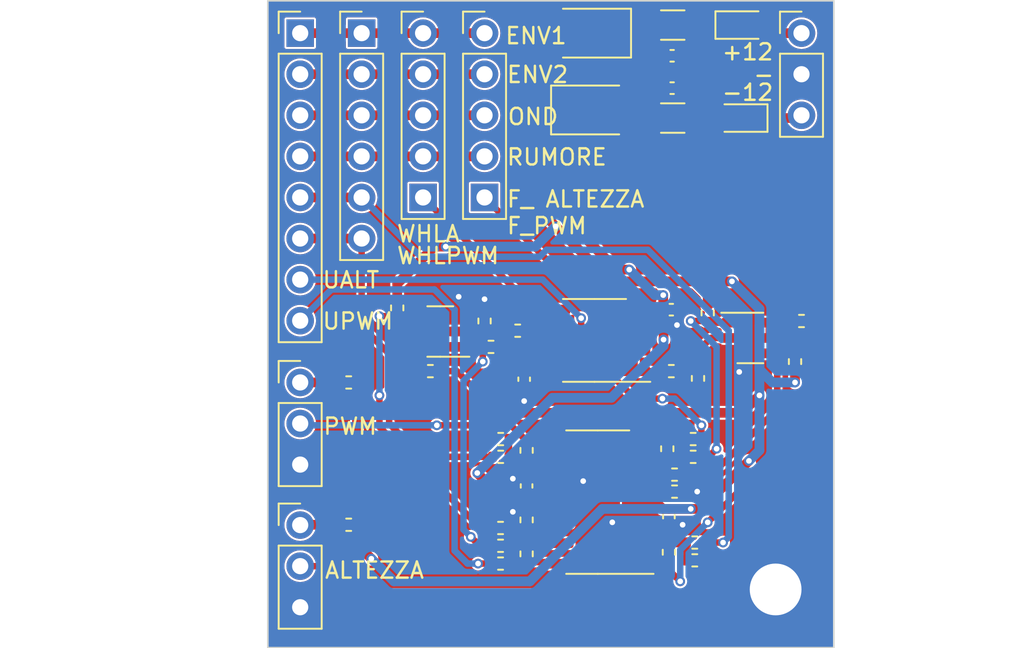
<source format=kicad_pcb>
(kicad_pcb (version 20221018) (generator pcbnew)
  (layers (0 "F.Cu" signal) (31 "B.Cu" signal) (34 "B.Paste" user) (35 "F.Paste" user) (36 "B.SilkS" user "B.Silkscreen") (37 "F.SilkS" user "F.Silkscreen") (38 "B.Mask" user) (39 "F.Mask" user) (44 "Edge.Cuts" user))
  (net 0 "")
  (net 1 "+12V")
  (net 2 "GND")
  (net 3 "-12V")
  (net 4 "Net-(D1-K)")
  (net 5 "Net-(D1-A)")
  (net 6 "Net-(D2-K)")
  (net 7 "Net-(D2-A)")
  (net 8 "/ENV1")
  (net 9 "/ENV2")
  (net 10 "/ONDA")
  (net 11 "/RUMORE")
  (net 12 "/MODWHL_ALTEZZA")
  (net 13 "/MODWHL_PWM")
  (net 14 "/USCITA_ALTEZZA")
  (net 15 "/USCITA_PWM")
  (net 16 "Net-(Q1A-C1)")
  (net 17 "Net-(Q1A-B1)")
  (net 18 "Net-(Q1B-C1)")
  (net 19 "Net-(Q1A-E1)")
  (net 20 "Net-(Q2A-C1)")
  (net 21 "Net-(Q2A-B1)")
  (net 22 "Net-(Q2B-C1)")
  (net 23 "Net-(Q2A-E1)")
  (net 24 "Net-(R1-Pad1)")
  (net 25 "Net-(U2A--)")
  (net 26 "Net-(R3-Pad1)")
  (net 27 "Net-(R4-Pad2)")
  (net 28 "Net-(U1A--)")
  (net 29 "Net-(U2B--)")
  (net 30 "Net-(U2B-+)")
  (net 31 "Net-(R12-Pad1)")
  (net 32 "Net-(R15-Pad1)")
  (net 33 "Net-(U2C--)")
  (net 34 "Net-(R17-Pad1)")
  (net 35 "Net-(R18-Pad2)")
  (net 36 "Net-(U1B--)")
  (net 37 "Net-(U2D--)")
  (net 38 "Net-(U2D-+)")
  (net 39 "Net-(R27-Pad1)")
  (net 40 "/FONTE_ALTEZZA")
  (net 41 "/FONTE_PWM")
  (footprint "Resistor_SMD:R_0402_1005Metric" (layer "F.Cu") (at 164.39 113.6 180)
    (fp_text reference "R25" hide)
    (fp_text value "10k" hide)
    (pad "1" smd roundrect (at -0.51 0 180) (size 0.54 0.64) (layers "F.Cu" "F.Paste" "F.Mask") (net 38 "Net-(U2D-+)"))
    (pad "2" smd roundrect (at 0.51 0 180) (size 0.54 0.64) (layers "F.Cu" "F.Paste" "F.Mask") (net 22 "Net-(Q2B-C1)"))
  )
  (footprint "Resistor_SMD:R_0402_1005Metric" (layer "F.Cu") (at 164.39 114.7 180)
    (fp_text reference "R24" hide)
    (fp_text value "10k" hide)
    (pad "1" smd roundrect (at -0.51 0 180) (size 0.54 0.64) (layers "F.Cu" "F.Paste" "F.Mask") (net 37 "Net-(U2D--)"))
    (pad "2" smd roundrect (at 0.51 0 180) (size 0.54 0.64) (layers "F.Cu" "F.Paste" "F.Mask") (net 20 "Net-(Q2A-C1)"))
  )
  (footprint "Resistor_SMD:R_0402_1005Metric" (layer "F.Cu") (at 155 104.6)
    (fp_text reference "R15" hide)
    (fp_text value "68k" hide)
    (pad "1" smd roundrect (at -0.51 0) (size 0.54 0.64) (layers "F.Cu" "F.Paste" "F.Mask") (net 32 "Net-(R15-Pad1)"))
    (pad "2" smd roundrect (at 0.51 0) (size 0.54 0.64) (layers "F.Cu" "F.Paste" "F.Mask") (net 1 "+12V"))
  )
  (footprint "Capacitor_SMD:C_0402_1005Metric" (layer "F.Cu") (at 174.95 100.1 180)
    (fp_text reference "C6" hide)
    (fp_text value "100nF" hide)
    (pad "1" smd roundrect (at -0.48 0 180) (size 0.56 0.62) (layers "F.Cu" "F.Paste" "F.Mask") (net 2 "GND"))
    (pad "2" smd roundrect (at 0.48 0 180) (size 0.56 0.62) (layers "F.Cu" "F.Paste" "F.Mask") (net 3 "-12V"))
  )
  (footprint "Resistor_SMD:R_0402_1005Metric" (layer "F.Cu") (at 163.4 100.8 90)
    (fp_text reference "R20" hide)
    (fp_text value "100R" hide)
    (pad "1" smd roundrect (at -0.51 0 90) (size 0.54 0.64) (layers "F.Cu" "F.Paste" "F.Mask") (net 21 "Net-(Q2A-B1)"))
    (pad "2" smd roundrect (at 0.51 0 90) (size 0.54 0.64) (layers "F.Cu" "F.Paste" "F.Mask") (net 2 "GND"))
  )
  (footprint "Capacitor_Tantalum_SMD:CP_EIA-3528-12_Kemet-T" (layer "F.Cu") (at 169.975 87.75)
    (fp_text reference "C2" hide)
    (fp_text value "47uF" hide)
    (pad "1" smd roundrect (at -1.5375 0) (size 1.325 2.35) (layers "F.Cu" "F.Paste" "F.Mask") (roundrect_rratio 0.188679) (net 2 "GND"))
    (pad "2" smd roundrect (at 1.5375 0) (size 1.325 2.35) (layers "F.Cu" "F.Paste" "F.Mask") (roundrect_rratio 0.188679) (net 3 "-12V"))
  )
  (footprint "Connector_PinHeader_2.54mm:PinHeader_1x05_P2.54mm_Vertical" (layer "F.Cu") (at 163.4 83)
    (fp_text reference "SW1" hide)
    (fp_text value "~" hide)
    (pad "1" thru_hole oval (at 0 0) (size 1.7 1.7) (drill 1) (layers "*.Cu" "*.Mask") (net 8 "/ENV1"))
    (pad "2" thru_hole oval (at 0 2.54) (size 1.7 1.7) (drill 1) (layers "*.Cu" "*.Mask") (net 9 "/ENV2"))
    (pad "3" thru_hole oval (at 0 5.08) (size 1.7 1.7) (drill 1) (layers "*.Cu" "*.Mask") (net 10 "/ONDA"))
    (pad "4" thru_hole oval (at 0 7.62) (size 1.7 1.7) (drill 1) (layers "*.Cu" "*.Mask") (net 11 "/RUMORE"))
    (pad "5" thru_hole rect (at 0 10.16) (size 1.7 1.7) (drill 1) (layers "*.Cu" "*.Mask") (net 40 "/FONTE_ALTEZZA"))
  )
  (footprint "Package_TO_SOT_SMD:SOT-23-6" (layer "F.Cu") (at 160.6625 101.45 180)
    (fp_text reference "Q2" hide)
    (fp_text value "DMMT5551" hide)
    (pad "1" smd roundrect (at -1.1375 -0.95 180) (size 1.325 0.6) (layers "F.Cu" "F.Paste" "F.Mask") (net 20 "Net-(Q2A-C1)"))
    (pad "2" smd roundrect (at -1.1375 0 180) (size 1.325 0.6) (layers "F.Cu" "F.Paste" "F.Mask") (net 21 "Net-(Q2A-B1)"))
    (pad "3" smd roundrect (at -1.1375 0.95 180) (size 1.325 0.6) (layers "F.Cu" "F.Paste" "F.Mask") (net 2 "GND"))
    (pad "4" smd roundrect (at 1.1375 0.95 180) (size 1.325 0.6) (layers "F.Cu" "F.Paste" "F.Mask") (net 22 "Net-(Q2B-C1)"))
    (pad "5" smd roundrect (at 1.1375 0 180) (size 1.325 0.6) (layers "F.Cu" "F.Paste" "F.Mask") (net 23 "Net-(Q2A-E1)"))
    (pad "6" smd roundrect (at 1.1375 -0.95 180) (size 1.325 0.6) (layers "F.Cu" "F.Paste" "F.Mask") (net 23 "Net-(Q2A-E1)"))
  )
  (footprint "Connector_PinHeader_2.54mm:PinHeader_1x03_P2.54mm_Vertical" (layer "F.Cu") (at 152 104.6)
    (fp_text reference "RV2" hide)
    (fp_text value "Quantità PWM")
    (pad "1" thru_hole oval (at 0 0) (size 1.7 1.7) (drill 1) (layers "*.Cu" "*.Mask") (net 32 "Net-(R15-Pad1)"))
    (pad "2" thru_hole oval (at 0 2.54) (size 1.7 1.7) (drill 1) (layers "*.Cu" "*.Mask") (net 34 "Net-(R17-Pad1)"))
    (pad "3" thru_hole rect (at 0 5.08) (size 1.7 1.7) (drill 1) (layers "*.Cu" "*.Mask") (net 2 "GND"))
  )
  (footprint "Resistor_SMD:R_0402_1005Metric" (layer "F.Cu") (at 164.39 115.8 180)
    (fp_text reference "R28" hide)
    (fp_text value "1k" hide)
    (pad "1" smd roundrect (at -0.51 0 180) (size 0.54 0.64) (layers "F.Cu" "F.Paste" "F.Mask") (net 39 "Net-(R27-Pad1)"))
    (pad "2" smd roundrect (at 0.51 0 180) (size 0.54 0.64) (layers "F.Cu" "F.Paste" "F.Mask") (net 15 "/USCITA_PWM"))
  )
  (footprint "Package_TO_SOT_SMD:SOT-23-6" (layer "F.Cu") (at 179.8375 101.85)
    (fp_text reference "Q1" hide)
    (fp_text value "DMMT5551" hide)
    (pad "1" smd roundrect (at -1.1375 -0.95) (size 1.325 0.6) (layers "F.Cu" "F.Paste" "F.Mask") (net 16 "Net-(Q1A-C1)"))
    (pad "2" smd roundrect (at -1.1375 0) (size 1.325 0.6) (layers "F.Cu" "F.Paste" "F.Mask") (net 17 "Net-(Q1A-B1)"))
    (pad "3" smd roundrect (at -1.1375 0.95) (size 1.325 0.6) (layers "F.Cu" "F.Paste" "F.Mask") (net 2 "GND"))
    (pad "4" smd roundrect (at 1.1375 0.95) (size 1.325 0.6) (layers "F.Cu" "F.Paste" "F.Mask") (net 18 "Net-(Q1B-C1)"))
    (pad "5" smd roundrect (at 1.1375 0) (size 1.325 0.6) (layers "F.Cu" "F.Paste" "F.Mask") (net 19 "Net-(Q1A-E1)"))
    (pad "6" smd roundrect (at 1.1375 -0.95) (size 1.325 0.6) (layers "F.Cu" "F.Paste" "F.Mask") (net 19 "Net-(Q1A-E1)"))
  )
  (footprint "Resistor_SMD:R_0402_1005Metric" (layer "F.Cu") (at 176.6 104.35 -90)
    (fp_text reference "R6" hide)
    (fp_text value "100R" hide)
    (pad "1" smd roundrect (at -0.51 0 270) (size 0.54 0.64) (layers "F.Cu" "F.Paste" "F.Mask") (net 17 "Net-(Q1A-B1)"))
    (pad "2" smd roundrect (at 0.51 0 270) (size 0.54 0.64) (layers "F.Cu" "F.Paste" "F.Mask") (net 2 "GND"))
  )
  (footprint "Connector_PinHeader_2.54mm:PinHeader_1x05_P2.54mm_Vertical" (layer "F.Cu") (at 159.6 83)
    (fp_text reference "SW2" hide)
    (fp_text value "~" hide)
    (pad "1" thru_hole oval (at 0 0) (size 1.7 1.7) (drill 1) (layers "*.Cu" "*.Mask") (net 8 "/ENV1"))
    (pad "2" thru_hole oval (at 0 2.54) (size 1.7 1.7) (drill 1) (layers "*.Cu" "*.Mask") (net 9 "/ENV2"))
    (pad "3" thru_hole oval (at 0 5.08) (size 1.7 1.7) (drill 1) (layers "*.Cu" "*.Mask") (net 10 "/ONDA"))
    (pad "4" thru_hole oval (at 0 7.62) (size 1.7 1.7) (drill 1) (layers "*.Cu" "*.Mask") (net 11 "/RUMORE"))
    (pad "5" thru_hole rect (at 0 10.16) (size 1.7 1.7) (drill 1) (layers "*.Cu" "*.Mask") (net 41 "/FONTE_PWM"))
  )
  (footprint "Diode_SMD:D_SOD-323" (layer "F.Cu") (at 179.2875 88.25 180)
    (fp_text reference "D2" hide)
    (fp_text value "1N5819WS" hide)
    (pad "1" smd roundrect (at -1.05 0 180) (size 0.6 0.45) (layers "F.Cu" "F.Paste" "F.Mask") (net 6 "Net-(D2-K)"))
    (pad "2" smd roundrect (at 1.05 0 180) (size 0.6 0.45) (layers "F.Cu" "F.Paste" "F.Mask") (net 7 "Net-(D2-A)"))
  )
  (footprint "Resistor_SMD:R_1206_3216Metric" (layer "F.Cu") (at 175.0375 82.5)
    (fp_text reference "R29" hide)
    (fp_text value "10R" hide)
    (pad "1" smd roundrect (at -1.4625 0) (size 1.125 1.75) (layers "F.Cu" "F.Paste" "F.Mask") (roundrect_rratio 0.2222222222) (net 1 "+12V"))
    (pad "2" smd roundrect (at 1.4625 0) (size 1.125 1.75) (layers "F.Cu" "F.Paste" "F.Mask") (roundrect_rratio 0.2222222222) (net 4 "Net-(D1-K)"))
  )
  (footprint "Package_SO:SOIC-14_3.9x8.7mm_P1.27mm" (layer "F.Cu") (at 170.4 112 180)
    (fp_text reference "U2" hide)
    (fp_text value "TL074" hide)
    (pad "1" smd roundrect (at -2.475 -3.81 180) (size 1.95 0.6) (layers "F.Cu" "F.Paste" "F.Mask") (net 27 "Net-(R4-Pad2)"))
    (pad "2" smd roundrect (at -2.475 -2.54 180) (size 1.95 0.6) (layers "F.Cu" "F.Paste" "F.Mask") (net 25 "Net-(U2A--)"))
    (pad "3" smd roundrect (at -2.475 -1.27 180) (size 1.95 0.6) (layers "F.Cu" "F.Paste" "F.Mask") (net 2 "GND"))
    (pad "4" smd roundrect (at -2.475 0 180) (size 1.95 0.6) (layers "F.Cu" "F.Paste" "F.Mask") (net 1 "+12V"))
    (pad "5" smd roundrect (at -2.475 1.27 180) (size 1.95 0.6) (layers "F.Cu" "F.Paste" "F.Mask") (net 30 "Net-(U2B-+)"))
    (pad "6" smd roundrect (at -2.475 2.54 180) (size 1.95 0.6) (layers "F.Cu" "F.Paste" "F.Mask") (net 29 "Net-(U2B--)"))
    (pad "7" smd roundrect (at -2.475 3.81 180) (size 1.95 0.6) (layers "F.Cu" "F.Paste" "F.Mask") (net 31 "Net-(R12-Pad1)"))
    (pad "8" smd roundrect (at 2.475 3.81 180) (size 1.95 0.6) (layers "F.Cu" "F.Paste" "F.Mask") (net 35 "Net-(R18-Pad2)"))
    (pad "9" smd roundrect (at 2.475 2.54 180) (size 1.95 0.6) (layers "F.Cu" "F.Paste" "F.Mask") (net 33 "Net-(U2C--)"))
    (pad "10" smd roundrect (at 2.475 1.27 180) (size 1.95 0.6) (layers "F.Cu" "F.Paste" "F.Mask") (net 2 "GND"))
    (pad "11" smd roundrect (at 2.475 0 180) (size 1.95 0.6) (layers "F.Cu" "F.Paste" "F.Mask") (net 3 "-12V"))
    (pad "12" smd roundrect (at 2.475 -1.27 180) (size 1.95 0.6) (layers "F.Cu" "F.Paste" "F.Mask") (net 38 "Net-(U2D-+)"))
    (pad "13" smd roundrect (at 2.475 -2.54 180) (size 1.95 0.6) (layers "F.Cu" "F.Paste" "F.Mask") (net 37 "Net-(U2D--)"))
    (pad "14" smd roundrect (at 2.475 -3.81 180) (size 1.95 0.6) (layers "F.Cu" "F.Paste" "F.Mask") (net 39 "Net-(R27-Pad1)"))
  )
  (footprint "Resistor_SMD:R_0402_1005Metric" (layer "F.Cu") (at 176.3 109.2)
    (fp_text reference "R10" hide)
    (fp_text value "10k" hide)
    (pad "1" smd roundrect (at -0.51 0) (size 0.54 0.64) (layers "F.Cu" "F.Paste" "F.Mask") (net 29 "Net-(U2B--)"))
    (pad "2" smd roundrect (at 0.51 0) (size 0.54 0.64) (layers "F.Cu" "F.Paste" "F.Mask") (net 16 "Net-(Q1A-C1)"))
  )
  (footprint "Resistor_SMD:R_0402_1005Metric" (layer "F.Cu") (at 174.95 103.9)
    (fp_text reference "R5" hide)
    (fp_text value "100k" hide)
    (pad "1" smd roundrect (at -0.51 0) (size 0.54 0.64) (layers "F.Cu" "F.Paste" "F.Mask") (net 28 "Net-(U1A--)"))
    (pad "2" smd roundrect (at 0.51 0) (size 0.54 0.64) (layers "F.Cu" "F.Paste" "F.Mask") (net 17 "Net-(Q1A-B1)"))
  )
  (footprint "Resistor_SMD:R_0402_1005Metric" (layer "F.Cu") (at 166 113.1 90)
    (fp_text reference "R26" hide)
    (fp_text value "100k" hide)
    (pad "1" smd roundrect (at -0.51 0 90) (size 0.54 0.64) (layers "F.Cu" "F.Paste" "F.Mask") (net 38 "Net-(U2D-+)"))
    (pad "2" smd roundrect (at 0.51 0 90) (size 0.54 0.64) (layers "F.Cu" "F.Paste" "F.Mask") (net 2 "GND"))
  )
  (footprint "Capacitor_SMD:C_0402_1005Metric" (layer "F.Cu") (at 175 84.4)
    (fp_text reference "C3" hide)
    (fp_text value "100nF" hide)
    (pad "1" smd roundrect (at -0.48 0) (size 0.56 0.62) (layers "F.Cu" "F.Paste" "F.Mask") (net 1 "+12V"))
    (pad "2" smd roundrect (at 0.48 0) (size 0.56 0.62) (layers "F.Cu" "F.Paste" "F.Mask") (net 2 "GND"))
  )
  (footprint "MountingHole:MountingHole_3.2mm_M3_DIN965_Pad" (layer "F.Cu") (at 181.4 117.4)
    (fp_text reference "H1" hide)
    (fp_text value "MountingHole_3.2mm_M3_DIN965_Pad" hide)
    (pad "1" thru_hole circle (at 0 0) (size 5.6 5.6) (drill 3.2) (layers "*.Cu" "*.Mask") (net 2 "GND"))
  )
  (footprint "Capacitor_SMD:C_0402_1005Metric" (layer "F.Cu") (at 175 86.4 180)
    (fp_text reference "C4" hide)
    (fp_text value "100nF" hide)
    (pad "1" smd roundrect (at -0.48 0 180) (size 0.56 0.62) (layers "F.Cu" "F.Paste" "F.Mask") (net 2 "GND"))
    (pad "2" smd roundrect (at 0.48 0 180) (size 0.56 0.62) (layers "F.Cu" "F.Paste" "F.Mask") (net 3 "-12V"))
  )
  (footprint "Connector_PinHeader_2.54mm:PinHeader_1x06_P2.54mm_Vertical" (layer "F.Cu") (at 155.8 83)
    (fp_text reference "J2" hide)
    (fp_text value "SEGNALI INPUT")
    (pad "1" thru_hole rect (at 0 0) (size 1.7 1.7) (drill 1) (layers "*.Cu" "*.Mask") (net 8 "/ENV1"))
    (pad "2" thru_hole oval (at 0 2.54) (size 1.7 1.7) (drill 1) (layers "*.Cu" "*.Mask") (net 9 "/ENV2"))
    (pad "3" thru_hole oval (at 0 5.08) (size 1.7 1.7) (drill 1) (layers "*.Cu" "*.Mask") (net 10 "/ONDA"))
    (pad "4" thru_hole oval (at 0 7.62) (size 1.7 1.7) (drill 1) (layers "*.Cu" "*.Mask") (net 11 "/RUMORE"))
    (pad "5" thru_hole oval (at 0 10.16) (size 1.7 1.7) (drill 1) (layers "*.Cu" "*.Mask") (net 12 "/MODWHL_ALTEZZA"))
    (pad "6" thru_hole oval (at 0 12.7) (size 1.7 1.7) (drill 1) (layers "*.Cu" "*.Mask") (net 13 "/MODWHL_PWM"))
  )
  (footprint "Resistor_SMD:R_0402_1005Metric" (layer "F.Cu") (at 155 113.4)
    (fp_text reference "R1" hide)
    (fp_text value "68k" hide)
    (pad "1" smd roundrect (at -0.51 0) (size 0.54 0.64) (layers "F.Cu" "F.Paste" "F.Mask") (net 24 "Net-(R1-Pad1)"))
    (pad "2" smd roundrect (at 0.51 0) (size 0.54 0.64) (layers "F.Cu" "F.Paste" "F.Mask") (net 1 "+12V"))
  )
  (footprint "Connector_PinHeader_2.54mm:PinHeader_1x03_P2.54mm_Vertical" (layer "F.Cu") (at 152 113.42)
    (fp_text reference "RV1" hide)
    (fp_text value "Quantità Altezza")
    (pad "1" thru_hole oval (at 0 0) (size 1.7 1.7) (drill 1) (layers "*.Cu" "*.Mask") (net 24 "Net-(R1-Pad1)"))
    (pad "2" thru_hole oval (at 0 2.54) (size 1.7 1.7) (drill 1) (layers "*.Cu" "*.Mask") (net 26 "Net-(R3-Pad1)"))
    (pad "3" thru_hole rect (at 0 5.08) (size 1.7 1.7) (drill 1) (layers "*.Cu" "*.Mask") (net 2 "GND"))
  )
  (footprint "Resistor_SMD:R_0402_1005Metric" (layer "F.Cu") (at 166 108.8 90)
    (fp_text reference "R18" hide)
    (fp_text value "82k" hide)
    (pad "1" smd roundrect (at -0.51 0 90) (size 0.54 0.64) (layers "F.Cu" "F.Paste" "F.Mask") (net 33 "Net-(U2C--)"))
    (pad "2" smd roundrect (at 0.51 0 90) (size 0.54 0.64) (layers "F.Cu" "F.Paste" "F.Mask") (net 35 "Net-(R18-Pad2)"))
  )
  (footprint "Capacitor_SMD:C_0402_1005Metric" (layer "F.Cu") (at 166 111 -90)
    (fp_text reference "C8" hide)
    (fp_text value "100nF" hide)
    (pad "1" smd roundrect (at -0.48 0 270) (size 0.56 0.62) (layers "F.Cu" "F.Paste" "F.Mask") (net 2 "GND"))
    (pad "2" smd roundrect (at 0.48 0 270) (size 0.56 0.62) (layers "F.Cu" "F.Paste" "F.Mask") (net 3 "-12V"))
  )
  (footprint "Connector_PinHeader_2.54mm:PinHeader_1x08_P2.54mm_Vertical" (layer "F.Cu") (at 152 83)
    (fp_text reference "J3" hide)
    (fp_text value "SEGNALI OUTPUT")
    (pad "1" thru_hole rect (at 0 0) (size 1.7 1.7) (drill 1) (layers "*.Cu" "*.Mask") (net 8 "/ENV1"))
    (pad "2" thru_hole oval (at 0 2.54) (size 1.7 1.7) (drill 1) (layers "*.Cu" "*.Mask") (net 9 "/ENV2"))
    (pad "3" thru_hole oval (at 0 5.08) (size 1.7 1.7) (drill 1) (layers "*.Cu" "*.Mask") (net 10 "/ONDA"))
    (pad "4" thru_hole oval (at 0 7.62) (size 1.7 1.7) (drill 1) (layers "*.Cu" "*.Mask") (net 11 "/RUMORE"))
    (pad "5" thru_hole oval (at 0 10.16) (size 1.7 1.7) (drill 1) (layers "*.Cu" "*.Mask") (net 12 "/MODWHL_ALTEZZA"))
    (pad "6" thru_hole oval (at 0 12.7) (size 1.7 1.7) (drill 1) (layers "*.Cu" "*.Mask") (net 13 "/MODWHL_PWM"))
    (pad "7" thru_hole oval (at 0 15.24) (size 1.7 1.7) (drill 1) (layers "*.Cu" "*.Mask") (net 14 "/USCITA_ALTEZZA"))
    (pad "8" thru_hole oval (at 0 17.78) (size 1.7 1.7) (drill 1) (layers "*.Cu" "*.Mask") (net 15 "/USCITA_PWM"))
  )
  (footprint "Resistor_SMD:R_0402_1005Metric" (layer "F.Cu") (at 163.8 102.4)
    (fp_text reference "R22" hide)
    (fp_text value "20k" hide)
    (pad "1" smd roundrect (at -0.51 0) (size 0.54 0.64) (layers "F.Cu" "F.Paste" "F.Mask") (net 20 "Net-(Q2A-C1)"))
    (pad "2" smd roundrect (at 0.51 0) (size 0.54 0.64) (layers "F.Cu" "F.Paste" "F.Mask") (net 1 "+12V"))
  )
  (footprint "Capacitor_Tantalum_SMD:CP_EIA-3528-12_Kemet-T" (layer "F.Cu") (at 170 83 180)
    (fp_text reference "C1" hide)
    (fp_text value "47uF" hide)
    (pad "1" smd roundrect (at -1.5375 0 180) (size 1.325 2.35) (layers "F.Cu" "F.Paste" "F.Mask") (roundrect_rratio 0.188679) (net 1 "+12V"))
    (pad "2" smd roundrect (at 1.5375 0 180) (size 1.325 2.35) (layers "F.Cu" "F.Paste" "F.Mask") (roundrect_rratio 0.188679) (net 2 "GND"))
  )
  (footprint "Resistor_SMD:R_0402_1005Metric" (layer "F.Cu") (at 174.7 108.7 -90)
    (fp_text reference "R12" hide)
    (fp_text value "100k" hide)
    (pad "1" smd roundrect (at -0.51 0 270) (size 0.54 0.64) (layers "F.Cu" "F.Paste" "F.Mask") (net 31 "Net-(R12-Pad1)"))
    (pad "2" smd roundrect (at 0.51 0 270) (size 0.54 0.64) (layers "F.Cu" "F.Paste" "F.Mask") (net 29 "Net-(U2B--)"))
  )
  (footprint "Resistor_SMD:R_0402_1005Metric" (layer "F.Cu") (at 177.2 100.3 90)
    (fp_text reference "R8" hide)
    (fp_text value "20k" hide)
    (pad "1" smd roundrect (at -0.51 0 90) (size 0.54 0.64) (layers "F.Cu" "F.Paste" "F.Mask") (net 16 "Net-(Q1A-C1)"))
    (pad "2" smd roundrect (at 0.51 0 90) (size 0.54 0.64) (layers "F.Cu" "F.Paste" "F.Mask") (net 1 "+12V"))
  )
  (footprint "Capacitor_SMD:C_0402_1005Metric" (layer "F.Cu") (at 165.85 104.4 -90)
    (fp_text reference "C5" hide)
    (fp_text value "100nF" hide)
    (pad "1" smd roundrect (at -0.48 0 270) (size 0.56 0.62) (layers "F.Cu" "F.Paste" "F.Mask") (net 1 "+12V"))
    (pad "2" smd roundrect (at 0.48 0 270) (size 0.56 0.62) (layers "F.Cu" "F.Paste" "F.Mask") (net 2 "GND"))
  )
  (footprint "Resistor_SMD:R_0402_1005Metric" (layer "F.Cu") (at 175.15 110.3)
    (fp_text reference "R11" hide)
    (fp_text value "10k" hide)
    (pad "1" smd roundrect (at -0.51 0) (size 0.54 0.64) (layers "F.Cu" "F.Paste" "F.Mask") (net 30 "Net-(U2B-+)"))
    (pad "2" smd roundrect (at 0.51 0) (size 0.54 0.64) (layers "F.Cu" "F.Paste" "F.Mask") (net 18 "Net-(Q1B-C1)"))
  )
  (footprint "Resistor_SMD:R_0402_1005Metric" (layer "F.Cu") (at 160.05 103.9)
    (fp_text reference "R21" hide)
    (fp_text value "10k" hide)
    (pad "1" smd roundrect (at -0.51 0) (size 0.54 0.64) (layers "F.Cu" "F.Paste" "F.Mask") (net 23 "Net-(Q2A-E1)"))
    (pad "2" smd roundrect (at 0.51 0) (size 0.54 0.64) (layers "F.Cu" "F.Paste" "F.Mask") (net 35 "Net-(R18-Pad2)"))
  )
  (footprint "Package_SO:SOIC-8_3.9x4.9mm_P1.27mm" (layer "F.Cu") (at 170.2 102 180)
    (fp_text reference "U1" hide)
    (fp_text value "TL072" hide)
    (pad "1" smd roundrect (at -2.475 -1.905 180) (size 1.95 0.6) (layers "F.Cu" "F.Paste" "F.Mask") (net 28 "Net-(U1A--)"))
    (pad "2" smd roundrect (at -2.475 -0.635 180) (size 1.95 0.6) (layers "F.Cu" "F.Paste" "F.Mask") (net 28 "Net-(U1A--)"))
    (pad "3" smd roundrect (at -2.475 0.635 180) (size 1.95 0.6) (layers "F.Cu" "F.Paste" "F.Mask") (net 40 "/FONTE_ALTEZZA"))
    (pad "4" smd roundrect (at -2.475 1.905 180) (size 1.95 0.6) (layers "F.Cu" "F.Paste" "F.Mask") (net 3 "-12V"))
    (pad "5" smd roundrect (at 2.475 1.905 180) (size 1.95 0.6) (layers "F.Cu" "F.Paste" "F.Mask") (net 41 "/FONTE_PWM"))
    (pad "6" smd roundrect (at 2.475 0.635 180) (size 1.95 0.6) (layers "F.Cu" "F.Paste" "F.Mask") (net 36 "Net-(U1B--)"))
    (pad "7" smd roundrect (at 2.475 -0.635 180) (size 1.95 0.6) (layers "F.Cu" "F.Paste" "F.Mask") (net 36 "Net-(U1B--)"))
    (pad "8" smd roundrect (at 2.475 -1.905 180) (size 1.95 0.6) (layers "F.Cu" "F.Paste" "F.Mask") (net 1 "+12V"))
  )
  (footprint "Resistor_SMD:R_0402_1005Metric" (layer "F.Cu") (at 182.6 103.31 -90)
    (fp_text reference "R9" hide)
    (fp_text value "20k" hide)
    (pad "1" smd roundrect (at -0.51 0 270) (size 0.54 0.64) (layers "F.Cu" "F.Paste" "F.Mask") (net 18 "Net-(Q1B-C1)"))
    (pad "2" smd roundrect (at 0.51 0 270) (size 0.54 0.64) (layers "F.Cu" "F.Paste" "F.Mask") (net 1 "+12V"))
  )
  (footprint "Resistor_SMD:R_0402_1005Metric" (layer "F.Cu") (at 164.4 109.2)
    (fp_text reference "R16" hide)
    (fp_text value "100k" hide)
    (pad "1" smd roundrect (at -0.51 0) (size 0.54 0.64) (layers "F.Cu" "F.Paste" "F.Mask") (net 13 "/MODWHL_PWM"))
    (pad "2" smd roundrect (at 0.51 0) (size 0.54 0.64) (layers "F.Cu" "F.Paste" "F.Mask") (net 33 "Net-(U2C--)"))
  )
  (footprint "Resistor_SMD:R_0402_1005Metric" (layer "F.Cu") (at 183 100.8)
    (fp_text reference "R7" hide)
    (fp_text value "10k" hide)
    (pad "1" smd roundrect (at -0.51 0) (size 0.54 0.64) (layers "F.Cu" "F.Paste" "F.Mask") (net 19 "Net-(Q1A-E1)"))
    (pad "2" smd roundrect (at 0.51 0) (size 0.54 0.64) (layers "F.Cu" "F.Paste" "F.Mask") (net 27 "Net-(R4-Pad2)"))
  )
  (footprint "Connector_PinHeader_2.54mm:PinHeader_1x03_P2.54mm_Vertical" (layer "F.Cu") (at 183 83)
    (fp_text reference "J1" hide)
    (fp_text value "ALIMENTAZIONE")
    (pad "1" thru_hole oval (at 0 0) (size 1.7 1.7) (drill 1) (layers "*.Cu" "*.Mask") (net 5 "Net-(D1-A)"))
    (pad "2" thru_hole rect (at 0 2.54) (size 1.7 1.7) (drill 1) (layers "*.Cu" "*.Mask") (net 2 "GND"))
    (pad "3" thru_hole oval (at 0 5.08) (size 1.7 1.7) (drill 1) (layers "*.Cu" "*.Mask") (net 6 "Net-(D2-K)"))
  )
  (footprint "Resistor_SMD:R_0402_1005Metric" (layer "F.Cu") (at 165.45 101.4 180)
    (fp_text reference "R19" hide)
    (fp_text value "100k" hide)
    (pad "1" smd roundrect (at -0.51 0 180) (size 0.54 0.64) (layers "F.Cu" "F.Paste" "F.Mask") (net 36 "Net-(U1B--)"))
    (pad "2" smd roundrect (at 0.51 0 180) (size 0.54 0.64) (layers "F.Cu" "F.Paste" "F.Mask") (net 21 "Net-(Q2A-B1)"))
  )
  (footprint "Resistor_SMD:R_0402_1005Metric" (layer "F.Cu") (at 176.4 114.5 180)
    (fp_text reference "R2" hide)
    (fp_text value "100k" hide)
    (pad "1" smd roundrect (at -0.51 0 180) (size 0.54 0.64) (layers "F.Cu" "F.Paste" "F.Mask") (net 12 "/MODWHL_ALTEZZA"))
    (pad "2" smd roundrect (at 0.51 0 180) (size 0.54 0.64) (layers "F.Cu" "F.Paste" "F.Mask") (net 25 "Net-(U2A--)"))
  )
  (footprint "Resistor_SMD:R_0402_1005Metric" (layer "F.Cu") (at 176.3 108.1)
    (fp_text reference "R14" hide)
    (fp_text value "1k" hide)
    (pad "1" smd roundrect (at -0.51 0) (size 0.54 0.64) (layers "F.Cu" "F.Paste" "F.Mask") (net 31 "Net-(R12-Pad1)"))
    (pad "2" smd roundrect (at 0.51 0) (size 0.54 0.64) (layers "F.Cu" "F.Paste" "F.Mask") (net 14 "/USCITA_ALTEZZA"))
  )
  (footprint "Resistor_SMD:R_0402_1005Metric" (layer "F.Cu") (at 164.4 108.1)
    (fp_text reference "R17" hide)
    (fp_text value "100k" hide)
    (pad "1" smd roundrect (at -0.51 0) (size 0.54 0.64) (layers "F.Cu" "F.Paste" "F.Mask") (net 34 "Net-(R17-Pad1)"))
    (pad "2" smd roundrect (at 0.51 0) (size 0.54 0.64) (layers "F.Cu" "F.Paste" "F.Mask") (net 33 "Net-(U2C--)"))
  )
  (footprint "Resistor_SMD:R_0402_1005Metric" (layer "F.Cu") (at 176.4 115.6 180)
    (fp_text reference "R3" hide)
    (fp_text value "100k" hide)
    (pad "1" smd roundrect (at -0.51 0 180) (size 0.54 0.64) (layers "F.Cu" "F.Paste" "F.Mask") (net 26 "Net-(R3-Pad1)"))
    (pad "2" smd roundrect (at 0.51 0 180) (size 0.54 0.64) (layers "F.Cu" "F.Paste" "F.Mask") (net 25 "Net-(U2A--)"))
  )
  (footprint "Resistor_SMD:R_0402_1005Metric" (layer "F.Cu") (at 175.15 111.35)
    (fp_text reference "R13" hide)
    (fp_text value "100k" hide)
    (pad "1" smd roundrect (at -0.51 0) (size 0.54 0.64) (layers "F.Cu" "F.Paste" "F.Mask") (net 30 "Net-(U2B-+)"))
    (pad "2" smd roundrect (at 0.51 0) (size 0.54 0.64) (layers "F.Cu" "F.Paste" "F.Mask") (net 2 "GND"))
  )
  (footprint "Resistor_SMD:R_0402_1005Metric" (layer "F.Cu") (at 158 99.99 90)
    (fp_text reference "R23" hide)
    (fp_text value "20k" hide)
    (pad "1" smd roundrect (at -0.51 0 90) (size 0.54 0.64) (layers "F.Cu" "F.Paste" "F.Mask") (net 22 "Net-(Q2B-C1)"))
    (pad "2" smd roundrect (at 0.51 0 90) (size 0.54 0.64) (layers "F.Cu" "F.Paste" "F.Mask") (net 1 "+12V"))
  )
  (footprint "Capacitor_SMD:C_0402_1005Metric" (layer "F.Cu") (at 174.8 112.9 -90)
    (fp_text reference "C7" hide)
    (fp_text value "100nF" hide)
    (pad "1" smd roundrect (at -0.48 0 270) (size 0.56 0.62) (layers "F.Cu" "F.Paste" "F.Mask") (net 1 "+12V"))
    (pad "2" smd roundrect (at 0.48 0 270) (size 0.56 0.62) (layers "F.Cu" "F.Paste" "F.Mask") (net 2 "GND"))
  )
  (footprint "Resistor_SMD:R_0402_1005Metric" (layer "F.Cu") (at 174.8 115.1 -90)
    (fp_text reference "R4" hide)
    (fp_text value "82k" hide)
    (pad "1" smd roundrect (at -0.51 0 270) (size 0.54 0.64) (layers "F.Cu" "F.Paste" "F.Mask") (net 25 "Net-(U2A--)"))
    (pad "2" smd roundrect (at 0.51 0 270) (size 0.54 0.64) (layers "F.Cu" "F.Paste" "F.Mask") (net 27 "Net-(R4-Pad2)"))
  )
  (footprint "Resistor_SMD:R_0402_1005Metric" (layer "F.Cu") (at 166 115.2 90)
    (fp_text reference "R27" hide)
    (fp_text value "100k" hide)
    (pad "1" smd roundrect (at -0.51 0 90) (size 0.54 0.64) (layers "F.Cu" "F.Paste" "F.Mask") (net 39 "Net-(R27-Pad1)"))
    (pad "2" smd roundrect (at 0.51 0 90) (size 0.54 0.64) (layers "F.Cu" "F.Paste" "F.Mask") (net 37 "Net-(U2D--)"))
  )
  (footprint "Resistor_SMD:R_1206_3216Metric" (layer "F.Cu") (at 175.0375 88.25)
    (fp_text reference "R30" hide)
    (fp_text value "10R" hide)
    (pad "1" smd roundrect (at -1.4625 0) (size 1.125 1.75) (layers "F.Cu" "F.Paste" "F.Mask") (roundrect_rratio 0.2222222222) (net 3 "-12V"))
    (pad "2" smd roundrect (at 1.4625 0) (size 1.125 1.75) (layers "F.Cu" "F.Paste" "F.Mask") (roundrect_rratio 0.2222222222) (net 7 "Net-(D2-A)"))
  )
  (footprint "Diode_SMD:D_SOD-323" (layer "F.Cu") (at 179.2875 82.5)
    (fp_text reference "D1" hide)
    (fp_text value "1N5819WS" hide)
    (pad "1" smd roundrect (at -1.05 0) (size 0.6 0.45) (layers "F.Cu" "F.Paste" "F.Mask") (net 4 "Net-(D1-K)"))
    (pad "2" smd roundrect (at 1.05 0) (size 0.6 0.45) (layers "F.Cu" "F.Paste" "F.Mask") (net 5 "Net-(D1-A)"))
  )
  (gr_rect (start 150 81) (end 185 121) (stroke (width 0.1)) (fill none) (layer "Edge.Cuts"))
  (gr_text "-" (at 179.95 86.15) (layer "F.SilkS") (effects (font (size 1 1)) (justify left bottom)))
  (gr_text "WHLA" (at 157.9 96) (layer "F.SilkS") (effects (font (size 1 1)) (justify left bottom)))
  (gr_text "PWM" (at 153.35 107.9) (layer "F.SilkS") (effects (font (size 1 1)) (justify left bottom)))
  (gr_text "F_PWM" (at 164.7 95.5) (layer "F.SilkS") (effects (font (size 1 1)) (justify left bottom)))
  (gr_text "WHLPWM" (at 157.9 97.35) (layer "F.SilkS") (effects (font (size 1 1)) (justify left bottom)))
  (gr_text "UALT" (at 153.3 98.85) (layer "F.SilkS") (effects (font (size 1 1)) (justify left bottom)))
  (gr_text "ENV1" (at 164.6 83.75) (layer "F.SilkS") (effects (font (size 1 1)) (justify left bottom)))
  (gr_text "RUMORE" (at 164.7 91.25) (layer "F.SilkS") (effects (font (size 1 1)) (justify left bottom)))
  (gr_text "-12" (at 178 87.25) (layer "F.SilkS") (effects (font (size 1 1)) (justify left bottom)))
  (gr_text "F_ ALTEZZA" (at 164.7 93.85) (layer "F.SilkS") (effects (font (size 1 1)) (justify left bottom)))
  (gr_text "UPWM" (at 153.3 101.4) (layer "F.SilkS") (effects (font (size 1 1)) (justify left bottom)))
  (gr_text "ALTEZZA" (at 153.45 116.8) (layer "F.SilkS") (effects (font (size 1 1)) (justify left bottom)))
  (gr_text "+12" (at 178 84.75) (layer "F.SilkS") (effects (font (size 1 1)) (justify left bottom)))
  (gr_text "OND" (at 164.75 88.75) (layer "F.SilkS") (effects (font (size 1 1)) (justify left bottom)))
  (gr_text "ENV2" (at 164.7 86.15) (layer "F.SilkS") (effects (font (size 1 1)) (justify left bottom)))
  (segment (start 173.1 85.05) (end 167.2 85.05) (width 0.6) (layer "F.Cu") (net 1))
  (segment (start 173.75 84.4) (end 173.1 85.05) (width 0.6) (layer "F.Cu") (net 1))
  (segment (start 171.975 82.5) (end 171.475 83) (width 0.6) (layer "F.Cu") (net 1))
  (segment (start 173.575 82.5) (end 173.575 83.775) (width 0.6) (layer "F.Cu") (net 1))
  (segment (start 174.52 84.4) (end 173.75 84.4) (width 0.6) (layer "F.Cu") (net 1))
  (segment (start 177.2 99.15) (end 177.2 99.79) (width 0.6) (layer "F.Cu") (net 1))
  (segment (start 156.4 115.5) (end 155.51 114.61) (width 0.6) (layer "F.Cu") (net 1))
  (segment (start 167.2 85.05) (end 165.7 86.55) (width 0.6) (layer "F.Cu") (net 1))
  (segment (start 165.85 103.92) (end 167.71 103.92) (width 0.5) (layer "F.Cu") (net 1))
  (segment (start 158 98.5) (end 158 99.48) (width 0.6) (layer "F.Cu") (net 1))
  (segment (start 174.2 84.4) (end 174.52 84.4) (width 0.6) (layer "F.Cu") (net 1))
  (segment (start 174.42 112.42) (end 174.8 112.42) (width 0.6) (layer "F.Cu") (net 1))
  (segment (start 179.323 106.477) (end 180.4 105.4) (width 0.6) (layer "F.Cu") (net 1))
  (segment (start 167.71 103.92) (end 167.725 103.905) (width 0.4) (layer "F.Cu") (net 1))
  (segment (start 174.8 112.42) (end 176.78 112.42) (width 0.6) (layer "F.Cu") (net 1))
  (segment (start 164.31 102.4) (end 164.31 104.55) (width 0.6) (layer "F.Cu") (net 1))
  (segment (start 160.3 96.2) (end 158 98.5) (width 0.6) (layer "F.Cu") (net 1))
  (segment (start 172.875 112) (end 174 112) (width 0.6) (layer "F.Cu") (net 1))
  (segment (start 165.7 86.55) (end 165.7 92.85) (width 0.6) (layer "F.Cu") (net 1))
  (segment (start 161 96.2) (end 160.3 96.2) (width 0.6) (layer "F.Cu") (net 1))
  (segment (start 164.94 103.92) (end 165.85 103.92) (width 0.5) (layer "F.Cu") (net 1))
  (segment (start 176.4 98.35) (end 178.7 98.35) (width 0.6) (layer "F.Cu") (net 1))
  (segment (start 164.31 104.55) (end 164.94 103.92) (width 0.5) (layer "F.Cu") (net 1))
  (segment (start 155.51 114.61) (end 155.51 113.4) (width 0.6) (layer "F.Cu") (net 1))
  (segment (start 176.78 112.42) (end 179.75 109.45) (width 0.6) (layer "F.Cu") (net 1))
  (segment (start 182.6 104.6) (end 182.6 103.82) (width 0.6) (layer "F.Cu") (net 1))
  (segment (start 173.575 82.5) (end 171.975 82.5) (width 0.6) (layer "F.Cu") (net 1))
  (segment (start 165.7 92.85) (end 171.2 98.35) (width 0.6) (layer "F.Cu") (net 1))
  (segment (start 174 112) (end 174.42 112.42) (width 0.6) (layer "F.Cu") (net 1))
  (segment (start 173.575 83.775) (end 174.2 84.4) (width 0.6) (layer "F.Cu") (net 1))
  (segment (start 176.4 98.35) (end 177.2 99.15) (width 0.6) (layer "F.Cu") (net 1))
  (segment (start 164.31 104.55) (end 164.31 105.26) (width 0.6) (layer "F.Cu") (net 1))
  (segment (start 155.51 104.6) (end 155.51 113.4) (width 0.6) (layer "F.Cu") (net 1))
  (segment (start 164.31 105.26) (end 165.527 106.477) (width 0.6) (layer "F.Cu") (net 1))
  (segment (start 165.527 106.477) (end 179.323 106.477) (width 0.6) (layer "F.Cu") (net 1))
  (segment (start 171.2 98.35) (end 176.4 98.35) (width 0.6) (layer "F.Cu") (net 1))
  (via (at 161 96.2) (size 0.6) (drill 0.35) (layers "F.Cu" "B.Cu") (net 1))
  (via (at 176.15 112.42) (size 0.6) (drill 0.35) (layers "F.Cu" "B.Cu") (net 1))
  (via (at 179.75 109.45) (size 0.6) (drill 0.35) (layers "F.Cu" "B.Cu") (net 1))
  (via (at 180.4 105.4) (size 0.6) (drill 0.35) (layers "F.Cu" "B.Cu") (net 1))
  (via (at 182.6 104.6) (size 0.6) (drill 0.35) (layers "F.Cu" "B.Cu") (net 1))
  (via (at 167.8 94.95) (size 0.6) (drill 0.35) (layers "F.Cu" "B.Cu") (net 1))
  (via (at 178.7 98.35) (size 0.6) (drill 0.35) (layers "F.Cu" "B.Cu") (net 1))
  (via (at 156.4 115.5) (size 0.6) (drill 0.35) (layers "F.Cu" "B.Cu") (net 1))
  (segment (start 167.8 94.95) (end 166.55 96.2) (width 0.6) (layer "B.Cu") (net 1))
  (segment (start 178.7 98.35) (end 180.4 100.05) (width 0.6) (layer "B.Cu") (net 1))
  (segment (start 157.8 116.9) (end 156.4 115.5) (width 0.6) (layer "B.Cu") (net 1))
  (segment (start 180.4 108.8) (end 179.75 109.45) (width 0.6) (layer "B.Cu") (net 1))
  (segment (start 170.68 112.42) (end 166.2 116.9) (width 0.6) (layer "B.Cu") (net 1))
  (segment (start 180.4 103.8) (end 180.4 101.1) (width 0.6) (layer "B.Cu") (net 1))
  (segment (start 180.4 101.1) (end 180.4 108.8) (width 0.6) (layer "B.Cu") (net 1))
  (segment (start 166.2 116.9) (end 157.8 116.9) (width 0.6) (layer "B.Cu") (net 1))
  (segment (start 182.6 104.6) (end 181.2 104.6) (width 0.6) (layer "B.Cu") (net 1))
  (segment (start 181.2 104.6) (end 180.4 103.8) (width 0.6) (layer "B.Cu") (net 1))
  (segment (start 180.4 100.05) (end 180.4 101.1) (width 0.6) (layer "B.Cu") (net 1))
  (segment (start 176.15 112.42) (end 170.68 112.42) (width 0.6) (layer "B.Cu") (net 1))
  (segment (start 166.55 96.2) (end 161 96.2) (width 0.6) (layer "B.Cu") (net 1))
  (via (at 165.15 110.55) (size 0.6) (drill 0.35) (layers "F.Cu" "B.Cu") (net 2))
  (via (at 176.55 111.35) (size 0.6) (drill 0.35) (layers "F.Cu" "B.Cu") (net 2))
  (via (at 165.15 112.6) (size 0.6) (drill 0.35) (layers "F.Cu" "B.Cu") (net 2))
  (via (at 175.3 101.05) (size 0.6) (drill 0.35) (layers "F.Cu" "B.Cu") (net 2))
  (via (at 161.8 99.3) (size 0.6) (drill 0.35) (layers "F.Cu" "B.Cu") (net 2))
  (via (at 179.15 103.95) (size 0.6) (drill 0.35) (layers "F.Cu" "B.Cu") (net 2))
  (via (at 165.85 105.75) (size 0.6) (drill 0.35) (layers "F.Cu" "B.Cu") (net 2))
  (via (at 171.3 113.25) (size 0.6) (drill 0.35) (layers "F.Cu" "B.Cu") (net 2))
  (via (at 175.65 113.4) (size 0.6) (drill 0.35) (layers "F.Cu" "B.Cu") (net 2))
  (via (at 169.5 110.7) (size 0.6) (drill 0.35) (layers "F.Cu" "B.Cu") (net 2))
  (via (at 163.4 99.45) (size 0.6) (drill 0.35) (layers "F.Cu" "B.Cu") (net 2))
  (segment (start 171.573 97.623) (end 172.35 97.623) (width 0.6) (layer "F.Cu") (net 3))
  (segment (start 173.575 87.025) (end 174.2 86.4) (width 0.6) (layer "F.Cu") (net 3))
  (segment (start 173.897 85.777) (end 167.501134 85.777) (width 0.6) (layer "F.Cu") (net 3))
  (segment (start 166 111.48) (end 166.48 111.48) (width 0.6) (layer "F.Cu") (net 3))
  (segment (start 174.2 86.4) (end 174.52 86.4) (width 0.6) (layer "F.Cu") (net 3))
  (segment (start 166 111.48) (end 164.23 111.48) (width 0.6) (layer "F.Cu") (net 3))
  (segment (start 164.23 111.48) (end 162.95 110.2) (width 0.6) (layer "F.Cu") (net 3))
  (segment (start 174.45 99.2) (end 174.45 100.08) (width 0.6) (layer "F.Cu") (net 3))
  (segment (start 172.675 100.095) (end 174.465 100.095) (width 0.6) (layer "F.Cu") (net 3))
  (segment (start 173.575 88.25) (end 171.95 88.25) (width 0.6) (layer "F.Cu") (net 3))
  (segment (start 173.575 88.25) (end 173.575 87.025) (width 0.6) (layer "F.Cu") (net 3))
  (segment (start 166.48 111.48) (end 167 112) (width 0.6) (layer "F.Cu") (net 3))
  (segment (start 174.47 101.95) (end 174.47 100.1) (width 0.6) (layer "F.Cu") (net 3))
  (segment (start 166.427 92.477) (end 171.55 97.6) (width 0.6) (layer "F.Cu") (net 3))
  (segment (start 171.95 88.25) (end 171.45 87.75) (width 0.6) (layer "F.Cu") (net 3))
  (segment (start 167.501134 85.777) (end 166.427 86.851134) (width 0.6) (layer "F.Cu") (net 3))
  (segment (start 174.52 86.4) (end 173.897 85.777) (width 0.6) (layer "F.Cu") (net 3))
  (segment (start 167 112) (end 167.925 112) (width 0.6) (layer "F.Cu") (net 3))
  (segment (start 166.427 86.851134) (end 166.427 92.477) (width 0.6) (layer "F.Cu") (net 3))
  (segment (start 174.45 100.08) (end 174.47 100.1) (width 0.6) (layer "F.Cu") (net 3))
  (via (at 174.45 99.2) (size 0.6) (drill 0.35) (layers "F.Cu" "B.Cu") (net 3))
  (via (at 174.47 101.95) (size 0.6) (drill 0.35) (layers "F.Cu" "B.Cu") (net 3))
  (via (at 172.35 97.623) (size 0.6) (drill 0.35) (layers "F.Cu" "B.Cu") (net 3))
  (via (at 162.95 110.2) (size 0.6) (drill 0.35) (layers "F.Cu" "B.Cu") (net 3))
  (segment (start 174.47 102.33) (end 171.25 105.55) (width 0.6) (layer "B.Cu") (net 3))
  (segment (start 172.35 97.623) (end 173.927 99.2) (width 0.6) (layer "B.Cu") (net 3))
  (segment (start 173.927 99.2) (end 174.45 99.2) (width 0.6) (layer "B.Cu") (net 3))
  (segment (start 174.47 101.95) (end 174.47 102.33) (width 0.6) (layer "B.Cu") (net 3))
  (segment (start 171.25 105.55) (end 167.6 105.55) (width 0.6) (layer "B.Cu") (net 3))
  (segment (start 167.6 105.55) (end 162.95 110.2) (width 0.6) (layer "B.Cu") (net 3))
  (segment (start 178.2375 82.5) (end 176.5 82.5) (width 0.6) (layer "F.Cu") (net 4))
  (segment (start 183 83) (end 180.8375 83) (width 0.6) (layer "F.Cu") (net 5))
  (segment (start 180.8375 83) (end 180.3375 82.5) (width 0.6) (layer "F.Cu") (net 5))
  (segment (start 180.3375 88.25) (end 182.83 88.25) (width 0.6) (layer "F.Cu") (net 6))
  (segment (start 182.83 88.25) (end 183 88.08) (width 0.6) (layer "F.Cu") (net 6))
  (segment (start 178.2375 88.25) (end 176.5 88.25) (width 0.6) (layer "F.Cu") (net 7))
  (segment (start 152 83) (end 163.4 83) (width 0.6) (layer "F.Cu") (net 8))
  (segment (start 152 85.54) (end 163.4 85.54) (width 0.6) (layer "F.Cu") (net 9))
  (segment (start 152 88.08) (end 163.4 88.08) (width 0.6) (layer "F.Cu") (net 10))
  (segment (start 152 90.62) (end 163.4 90.62) (width 0.6) (layer "F.Cu") (net 11))
  (segment (start 152 93.16) (end 155.8 93.16) (width 0.6) (layer "F.Cu") (net 12))
  (segment (start 178.15 114.5) (end 176.91 114.5) (width 0.4) (layer "F.Cu") (net 12))
  (via (at 178.15 114.5) (size 0.6) (drill 0.35) (layers "F.Cu" "B.Cu") (net 12))
  (segment (start 166.809712 96.827) (end 167.236712 96.4) (width 0.4) (layer "B.Cu") (net 12))
  (segment (start 178.5 114.15) (end 178.15 114.5) (width 0.4) (layer "B.Cu") (net 12))
  (segment (start 159.467 96.827) (end 166.809712 96.827) (width 0.4) (layer "B.Cu") (net 12))
  (segment (start 155.8 93.16) (end 159.467 96.827) (width 0.4) (layer "B.Cu") (net 12))
  (segment (start 167.236712 96.4) (end 173.5 96.4) (width 0.4) (layer "B.Cu") (net 12))
  (segment (start 173.5 96.4) (end 178.5 101.4) (width 0.4) (layer "B.Cu") (net 12))
  (segment (start 178.5 101.4) (end 178.5 114.15) (width 0.4) (layer "B.Cu") (net 12))
  (segment (start 157.527 102.860367) (end 155.8 101.133367) (width 0.4) (layer "F.Cu") (net 13))
  (segment (start 157.527 105.659712) (end 157.527 102.860367) (width 0.4) (layer "F.Cu") (net 13))
  (segment (start 159.55 109.2) (end 157.5 107.15) (width 0.4) (layer "F.Cu") (net 13))
  (segment (start 157.5 105.686712) (end 157.527 105.659712) (width 0.4) (layer "F.Cu") (net 13))
  (segment (start 152 95.7) (end 155.8 95.7) (width 0.6) (layer "F.Cu") (net 13))
  (segment (start 157.5 107.15) (end 157.5 105.686712) (width 0.4) (layer "F.Cu") (net 13))
  (segment (start 163.89 109.2) (end 159.55 109.2) (width 0.4) (layer "F.Cu") (net 13))
  (segment (start 155.8 101.133367) (end 155.8 95.7) (width 0.4) (layer "F.Cu") (net 13))
  (segment (start 169.375 102.275) (end 172.7 105.6) (width 0.4) (layer "F.Cu") (net 14))
  (segment (start 176.81 107.25) (end 176.81 108.1) (width 0.4) (layer "F.Cu") (net 14))
  (segment (start 169.375 100.625) (end 169.375 102.275) (width 0.4) (layer "F.Cu") (net 14))
  (segment (start 172.7 105.6) (end 174.4 105.6) (width 0.4) (layer "F.Cu") (net 14))
  (via (at 176.81 107.25) (size 0.6) (drill 0.35) (layers "F.Cu" "B.Cu") (net 14))
  (via (at 169.375 100.625) (size 0.6) (drill 0.35) (layers "F.Cu" "B.Cu") (net 14))
  (via (at 174.4 105.6) (size 0.6) (drill 0.35) (layers "F.Cu" "B.Cu") (net 14))
  (segment (start 175.16 105.6) (end 176.81 107.25) (width 0.4) (layer "B.Cu") (net 14))
  (segment (start 166.99 98.24) (end 152 98.24) (width 0.4) (layer "B.Cu") (net 14))
  (segment (start 169.375 100.625) (end 166.99 98.24) (width 0.4) (layer "B.Cu") (net 14))
  (segment (start 174.4 105.6) (end 175.16 105.6) (width 0.4) (layer "B.Cu") (net 14))
  (segment (start 163 115.8) (end 163.88 115.8) (width 0.4) (layer "F.Cu") (net 15))
  (via (at 163 115.8) (size 0.6) (drill 0.35) (layers "F.Cu" "B.Cu") (net 15))
  (segment (start 161.55 115) (end 161.55 100.1) (width 0.4) (layer "B.Cu") (net 15))
  (segment (start 160.3 98.85) (end 153.93 98.85) (width 0.4) (layer "B.Cu") (net 15))
  (segment (start 161.55 100.1) (end 160.3 98.85) (width 0.4) (layer "B.Cu") (net 15))
  (segment (start 163 115.8) (end 162.35 115.8) (width 0.4) (layer "B.Cu") (net 15))
  (segment (start 153.93 98.85) (end 152 100.78) (width 0.4) (layer "B.Cu") (net 15))
  (segment (start 162.35 115.8) (end 161.55 115) (width 0.4) (layer "B.Cu") (net 15))
  (segment (start 176.15 100.8) (end 177.19 100.8) (width 0.4) (layer "F.Cu") (net 16))
  (segment (start 177.71 100.81) (end 177.2 100.81) (width 0.4) (layer "F.Cu") (net 16))
  (segment (start 177.19 100.8) (end 177.2 100.81) (width 0.4) (layer "F.Cu") (net 16))
  (segment (start 178.7 100.9) (end 177.8 100.9) (width 0.4) (layer "F.Cu") (net 16))
  (segment (start 177.8 100.9) (end 177.71 100.81) (width 0.4) (layer "F.Cu") (net 16))
  (segment (start 177.25 109.2) (end 177.75 108.7) (width 0.4) (layer "F.Cu") (net 16))
  (segment (start 176.81 109.2) (end 177.25 109.2) (width 0.4) (layer "F.Cu") (net 16))
  (via (at 176.15 100.8) (size 0.6) (drill 0.35) (layers "F.Cu" "B.Cu") (net 16))
  (via (at 177.75 108.7) (size 0.6) (drill 0.35) (layers "F.Cu" "B.Cu") (net 16))
  (segment (start 177.75 102.4) (end 176.15 100.8) (width 0.4) (layer "B.Cu") (net 16))
  (segment (start 177.75 108.7) (end 177.75 102.4) (width 0.4) (layer "B.Cu") (net 16))
  (segment (start 178.7 101.85) (end 177.4 101.85) (width 0.4) (layer "F.Cu") (net 17))
  (segment (start 176.6 102.65) (end 176.6 103.84) (width 0.4) (layer "F.Cu") (net 17))
  (segment (start 177.4 101.85) (end 176.6 102.65) (width 0.4) (layer "F.Cu") (net 17))
  (segment (start 176.6 103.84) (end 175.52 103.84) (width 0.4) (layer "F.Cu") (net 17))
  (segment (start 175.52 103.84) (end 175.46 103.9) (width 0.4) (layer "F.Cu") (net 17))
  (segment (start 182.6 102.8) (end 180.975 102.8) (width 0.5) (layer "F.Cu") (net 18))
  (segment (start 181.5 106.25) (end 181.5 103.325) (width 0.4) (layer "F.Cu") (net 18))
  (segment (start 175.66 110.3) (end 177.45 110.3) (width 0.4) (layer "F.Cu") (net 18))
  (segment (start 177.45 110.3) (end 181.5 106.25) (width 0.4) (layer "F.Cu") (net 18))
  (segment (start 181.5 103.325) (end 180.975 102.8) (width 0.4) (layer "F.Cu") (net 18))
  (segment (start 180.975 101.85) (end 180.975 100.9) (width 0.4) (layer "F.Cu") (net 19))
  (segment (start 182 100.8) (end 182.49 100.8) (width 0.4) (layer "F.Cu") (net 19))
  (segment (start 180.975 100.9) (end 181.9 100.9) (width 0.4) (layer "F.Cu") (net 19))
  (segment (start 181.9 100.9) (end 182 100.8) (width 0.4) (layer "F.Cu") (net 19))
  (segment (start 163.29 103.31) (end 163.29 102.4) (width 0.4) (layer "F.Cu") (net 20))
  (segment (start 162.55 114.15) (end 163.1 114.7) (width 0.4) (layer "F.Cu") (net 20))
  (segment (start 163.1 114.7) (end 163.88 114.7) (width 0.4) (layer "F.Cu") (net 20))
  (segment (start 161.8 102.4) (end 163.29 102.4) (width 0.4) (layer "F.Cu") (net 20))
  (via (at 162.55 114.15) (size 0.6) (drill 0.35) (layers "F.Cu" "B.Cu") (net 20))
  (via (at 163.29 103.31) (size 0.6) (drill 0.35) (layers "F.Cu" "B.Cu") (net 20))
  (segment (start 162.55 114.15) (end 162.1 113.7) (width 0.4) (layer "B.Cu") (net 20))
  (segment (start 162.1 113.7) (end 162.1 104.5) (width 0.4) (layer "B.Cu") (net 20))
  (segment (start 162.1 104.5) (end 163.29 103.31) (width 0.4) (layer "B.Cu") (net 20))
  (segment (start 162.89 101.31) (end 163.4 101.31) (width 0.4) (layer "F.Cu") (net 21))
  (segment (start 161.8 101.45) (end 162.75 101.45) (width 0.4) (layer "F.Cu") (net 21))
  (segment (start 162.75 101.45) (end 162.89 101.31) (width 0.4) (layer "F.Cu") (net 21))
  (segment (start 164.85 101.31) (end 163.4 101.31) (width 0.4) (layer "F.Cu") (net 21))
  (segment (start 164.94 101.4) (end 164.85 101.31) (width 0.4) (layer "F.Cu") (net 21))
  (segment (start 156.9 100.5) (end 158 100.5) (width 0.4) (layer "F.Cu") (net 22))
  (segment (start 158 100.5) (end 159.525 100.5) (width 0.4) (layer "F.Cu") (net 22))
  (segment (start 156.9 105.4) (end 156.9 107.35) (width 0.4) (layer "F.Cu") (net 22))
  (segment (start 156.9 107.35) (end 163.15 113.6) (width 0.4) (layer "F.Cu") (net 22))
  (segment (start 163.15 113.6) (end 163.88 113.6) (width 0.4) (layer "F.Cu") (net 22))
  (via (at 156.9 100.5) (size 0.6) (drill 0.35) (layers "F.Cu" "B.Cu") (net 22))
  (via (at 156.9 105.4) (size 0.6) (drill 0.35) (layers "F.Cu" "B.Cu") (net 22))
  (segment (start 156.9 100.5) (end 156.9 105.4) (width 0.4) (layer "B.Cu") (net 22))
  (segment (start 159.525 103.885) (end 159.54 103.9) (width 0.4) (layer "F.Cu") (net 23))
  (segment (start 159.525 102.4) (end 159.525 103.885) (width 0.4) (layer "F.Cu") (net 23))
  (segment (start 159.525 101.45) (end 159.525 102.4) (width 0.4) (layer "F.Cu") (net 23))
  (segment (start 154.49 113.4) (end 152.02 113.4) (width 0.6) (layer "F.Cu") (net 24))
  (segment (start 152.02 113.4) (end 152 113.42) (width 0.6) (layer "F.Cu") (net 24))
  (segment (start 175.89 114.5) (end 175.89 115.6) (width 0.4) (layer "F.Cu") (net 25))
  (segment (start 174.8 114.59) (end 172.925 114.59) (width 0.4) (layer "F.Cu") (net 25))
  (segment (start 175.89 114.5) (end 175.45 114.5) (width 0.4) (layer "F.Cu") (net 25))
  (segment (start 175.45 114.5) (end 175.36 114.59) (width 0.4) (layer "F.Cu") (net 25))
  (segment (start 175.36 114.59) (end 174.8 114.59) (width 0.4) (layer "F.Cu") (net 25))
  (segment (start 152 115.96) (end 154.41 115.96) (width 0.4) (layer "F.Cu") (net 26))
  (segment (start 175.75 117.65) (end 176.91 116.49) (width 0.4) (layer "F.Cu") (net 26))
  (segment (start 176.91 116.49) (end 176.91 115.6) (width 0.4) (layer "F.Cu") (net 26))
  (segment (start 156.1 117.65) (end 175.75 117.65) (width 0.4) (layer "F.Cu") (net 26))
  (segment (start 154.41 115.96) (end 156.1 117.65) (width 0.4) (layer "F.Cu") (net 26))
  (segment (start 183.51 100.8) (end 183.51 106.94) (width 0.4) (layer "F.Cu") (net 27))
  (segment (start 174.8 115.61) (end 174.8 116.2) (width 0.4) (layer "F.Cu") (net 27))
  (segment (start 172.875 115.81) (end 174.6 115.81) (width 0.4) (layer "F.Cu") (net 27))
  (segment (start 174.6 115.81) (end 174.8 115.61) (width 0.4) (layer "F.Cu") (net 27))
  (segment (start 174.8 116.2) (end 175.5 116.9) (width 0.4) (layer "F.Cu") (net 27))
  (segment (start 183.51 106.94) (end 177.2 113.25) (width 0.4) (layer "F.Cu") (net 27))
  (via (at 177.2 113.25) (size 0.6) (drill 0.35) (layers "F.Cu" "B.Cu") (net 27))
  (via (at 175.5 116.9) (size 0.6) (drill 0.35) (layers "F.Cu" "B.Cu") (net 27))
  (segment (start 177.2 113.25) (end 175.5 114.95) (width 0.4) (layer "B.Cu") (net 27))
  (segment (start 175.5 114.95) (end 175.5 116.9) (width 0.4) (layer "B.Cu") (net 27))
  (segment (start 172.675 103.905) (end 174.435 103.905) (width 0.4) (layer "F.Cu") (net 28))
  (segment (start 172.675 102.635) (end 172.675 103.905) (width 0.4) (layer "F.Cu") (net 28))
  (segment (start 174.71 109.2) (end 174.7 109.21) (width 0.4) (layer "F.Cu") (net 29))
  (segment (start 174.45 109.46) (end 174.7 109.21) (width 0.4) (layer "F.Cu") (net 29))
  (segment (start 175.79 109.2) (end 174.71 109.2) (width 0.4) (layer "F.Cu") (net 29))
  (segment (start 172.875 109.46) (end 174.45 109.46) (width 0.4) (layer "F.Cu") (net 29))
  (segment (start 174.64 111.35) (end 174.64 110.3) (width 0.4) (layer "F.Cu") (net 30))
  (segment (start 174.02 110.73) (end 174.64 111.35) (width 0.4) (layer "F.Cu") (net 30))
  (segment (start 172.875 110.73) (end 174.02 110.73) (width 0.4) (layer "F.Cu") (net 30))
  (segment (start 172.875 108.19) (end 175.7 108.19) (width 0.4) (layer "F.Cu") (net 31))
  (segment (start 175.7 108.19) (end 175.79 108.1) (width 0.4) (layer "F.Cu") (net 31))
  (segment (start 152 104.6) (end 154.49 104.6) (width 0.6) (layer "F.Cu") (net 32))
  (segment (start 166.71 109.46) (end 167.925 109.46) (width 0.4) (layer "F.Cu") (net 33))
  (segment (start 164.91 109.2) (end 165.4 109.2) (width 0.4) (layer "F.Cu") (net 33))
  (segment (start 166 109.31) (end 166.56 109.31) (width 0.4) (layer "F.Cu") (net 33))
  (segment (start 166.56 109.31) (end 166.71 109.46) (width 0.4) (layer "F.Cu") (net 33))
  (segment (start 165.51 109.31) (end 166 109.31) (width 0.4) (layer "F.Cu") (net 33))
  (segment (start 165.4 109.2) (end 165.51 109.31) (width 0.4) (layer "F.Cu") (net 33))
  (segment (start 164.91 108.1) (end 164.91 109.2) (width 0.4) (layer "F.Cu") (net 33))
  (segment (start 163.89 107.74) (end 163.89 108.1) (width 0.4) (layer "F.Cu") (net 34))
  (segment (start 163.4 107.25) (end 163.89 107.74) (width 0.4) (layer "F.Cu") (net 34))
  (segment (start 160.45 107.25) (end 163.4 107.25) (width 0.4) (layer "F.Cu") (net 34))
  (via (at 160.45 107.25) (size 0.6) (drill 0.35) (layers "F.Cu" "B.Cu") (net 34))
  (segment (start 152.11 107.25) (end 152 107.14) (width 0.4) (layer "B.Cu") (net 34))
  (segment (start 160.45 107.25) (end 152.11 107.25) (width 0.4) (layer "B.Cu") (net 34))
  (segment (start 166 108.216633) (end 161.683367 103.9) (width 0.4) (layer "F.Cu") (net 35))
  (segment (start 166.1 108.19) (end 166 108.29) (width 0.4) (layer "F.Cu") (net 35))
  (segment (start 167.925 108.19) (end 166.1 108.19) (width 0.4) (layer "F.Cu") (net 35))
  (segment (start 166 108.29) (end 166 108.216633) (width 0.4) (layer "F.Cu") (net 35))
  (segment (start 161.683367 103.9) (end 160.61 103.9) (width 0.4) (layer "F.Cu") (net 35))
  (segment (start 167.725 101.4) (end 165.96 101.4) (width 0.4) (layer "F.Cu") (net 36))
  (segment (start 167.725 102.635) (end 167.725 101.4) (width 0.4) (layer "F.Cu") (net 36))
  (segment (start 165.99 114.7) (end 166 114.69) (width 0.4) (layer "F.Cu") (net 37))
  (segment (start 164.9 114.7) (end 165.99 114.7) (width 0.4) (layer "F.Cu") (net 37))
  (segment (start 166.15 114.54) (end 166 114.69) (width 0.4) (layer "F.Cu") (net 37))
  (segment (start 167.925 114.54) (end 166.15 114.54) (width 0.4) (layer "F.Cu") (net 37))
  (segment (start 165.99 113.6) (end 166 113.61) (width 0.4) (layer "F.Cu") (net 38))
  (segment (start 164.9 113.6) (end 165.99 113.6) (width 0.4) (layer "F.Cu") (net 38))
  (segment (start 166.34 113.27) (end 166 113.61) (width 0.4) (layer "F.Cu") (net 38))
  (segment (start 167.925 113.27) (end 166.34 113.27) (width 0.4) (layer "F.Cu") (net 38))
  (segment (start 164.99 115.71) (end 164.9 115.8) (width 0.4) (layer "F.Cu") (net 39))
  (segment (start 166 115.71) (end 167.825 115.71) (width 0.4) (layer "F.Cu") (net 39))
  (segment (start 166 115.71) (end 164.99 115.71) (width 0.4) (layer "F.Cu") (net 39))
  (segment (start 167.825 115.71) (end 167.925 115.81) (width 0.4) (layer "F.Cu") (net 39))
  (segment (start 171.605 101.365) (end 172.675 101.365) (width 0.4) (layer "F.Cu") (net 40))
  (segment (start 163.4 93.16) (end 171.605 101.365) (width 0.4) (layer "F.Cu") (net 40))
  (segment (start 159.6 93.16) (end 166.535 100.095) (width 0.4) (layer "F.Cu") (net 41))
  (segment (start 166.535 100.095) (end 167.725 100.095) (width 0.4) (layer "F.Cu") (net 41))
  (zone (net 2) (net_name "GND") (layers "F&B.Cu") (connect_pads yes (clearance 0)) (min_thickness 0.254) (fill yes (thermal_gap 0) (thermal_bridge_width 0.54))
    (polygon (pts (xy 150 81) (xy 185 81) (xy 185 121) (xy 150 121)))
  )
)
</source>
